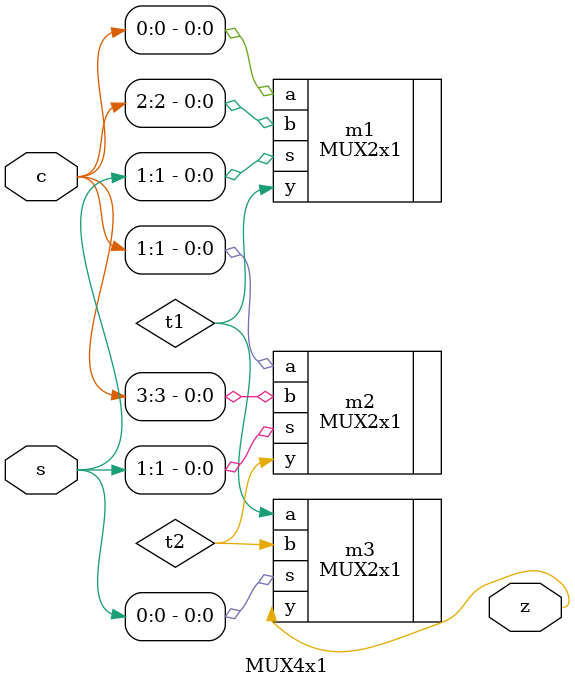
<source format=v>
module MUX4x1(z,c,s);
	output z;
	input [3:0] c;
	input [1:0] s;
	wire t1,t2;
	MUX2x1  m1(.y(t1), .a(c[0]), .b(c[2]), .s(s[1])),
			m2(.y(t2), .a(c[1]), .b(c[3]), .s(s[1])),
			m3(.y(z), .a(t1), .b(t2), .s(s[0]));
endmodule

</source>
